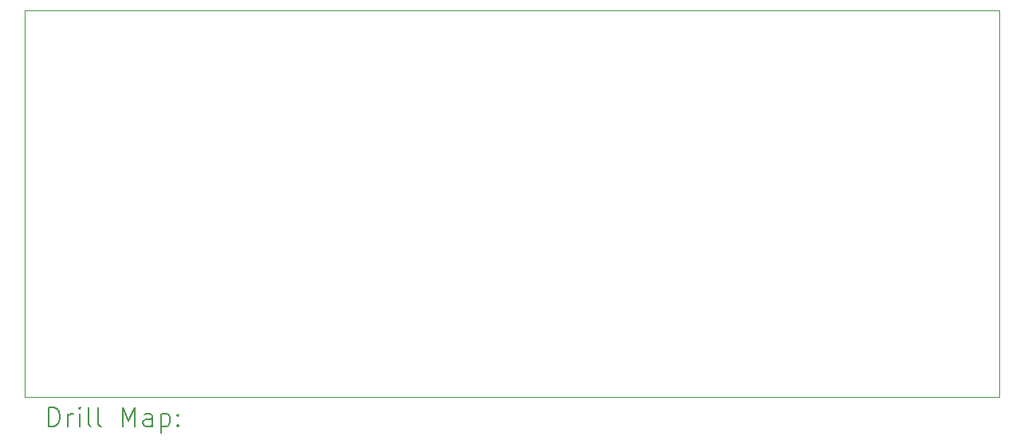
<source format=gbr>
%TF.GenerationSoftware,KiCad,Pcbnew,9.0.4*%
%TF.CreationDate,2025-11-25T15:00:27-03:00*%
%TF.ProjectId,Conversor Boost-MCC. Andr__ Nicollas e Vinicius,436f6e76-6572-4736-9f72-20426f6f7374,rev?*%
%TF.SameCoordinates,Original*%
%TF.FileFunction,Drillmap*%
%TF.FilePolarity,Positive*%
%FSLAX45Y45*%
G04 Gerber Fmt 4.5, Leading zero omitted, Abs format (unit mm)*
G04 Created by KiCad (PCBNEW 9.0.4) date 2025-11-25 15:00:27*
%MOMM*%
%LPD*%
G01*
G04 APERTURE LIST*
%ADD10C,0.050000*%
%ADD11C,0.200000*%
G04 APERTURE END LIST*
D10*
X3450000Y-1800000D02*
X13800000Y-1800000D01*
X13800000Y-5900000D01*
X3450000Y-5900000D01*
X3450000Y-1800000D01*
D11*
X3708277Y-6213984D02*
X3708277Y-6013984D01*
X3708277Y-6013984D02*
X3755896Y-6013984D01*
X3755896Y-6013984D02*
X3784467Y-6023508D01*
X3784467Y-6023508D02*
X3803515Y-6042555D01*
X3803515Y-6042555D02*
X3813039Y-6061603D01*
X3813039Y-6061603D02*
X3822562Y-6099698D01*
X3822562Y-6099698D02*
X3822562Y-6128269D01*
X3822562Y-6128269D02*
X3813039Y-6166365D01*
X3813039Y-6166365D02*
X3803515Y-6185412D01*
X3803515Y-6185412D02*
X3784467Y-6204460D01*
X3784467Y-6204460D02*
X3755896Y-6213984D01*
X3755896Y-6213984D02*
X3708277Y-6213984D01*
X3908277Y-6213984D02*
X3908277Y-6080650D01*
X3908277Y-6118746D02*
X3917801Y-6099698D01*
X3917801Y-6099698D02*
X3927324Y-6090174D01*
X3927324Y-6090174D02*
X3946372Y-6080650D01*
X3946372Y-6080650D02*
X3965420Y-6080650D01*
X4032086Y-6213984D02*
X4032086Y-6080650D01*
X4032086Y-6013984D02*
X4022562Y-6023508D01*
X4022562Y-6023508D02*
X4032086Y-6033031D01*
X4032086Y-6033031D02*
X4041610Y-6023508D01*
X4041610Y-6023508D02*
X4032086Y-6013984D01*
X4032086Y-6013984D02*
X4032086Y-6033031D01*
X4155896Y-6213984D02*
X4136848Y-6204460D01*
X4136848Y-6204460D02*
X4127324Y-6185412D01*
X4127324Y-6185412D02*
X4127324Y-6013984D01*
X4260658Y-6213984D02*
X4241610Y-6204460D01*
X4241610Y-6204460D02*
X4232086Y-6185412D01*
X4232086Y-6185412D02*
X4232086Y-6013984D01*
X4489229Y-6213984D02*
X4489229Y-6013984D01*
X4489229Y-6013984D02*
X4555896Y-6156841D01*
X4555896Y-6156841D02*
X4622563Y-6013984D01*
X4622563Y-6013984D02*
X4622563Y-6213984D01*
X4803515Y-6213984D02*
X4803515Y-6109222D01*
X4803515Y-6109222D02*
X4793991Y-6090174D01*
X4793991Y-6090174D02*
X4774944Y-6080650D01*
X4774944Y-6080650D02*
X4736848Y-6080650D01*
X4736848Y-6080650D02*
X4717801Y-6090174D01*
X4803515Y-6204460D02*
X4784467Y-6213984D01*
X4784467Y-6213984D02*
X4736848Y-6213984D01*
X4736848Y-6213984D02*
X4717801Y-6204460D01*
X4717801Y-6204460D02*
X4708277Y-6185412D01*
X4708277Y-6185412D02*
X4708277Y-6166365D01*
X4708277Y-6166365D02*
X4717801Y-6147317D01*
X4717801Y-6147317D02*
X4736848Y-6137793D01*
X4736848Y-6137793D02*
X4784467Y-6137793D01*
X4784467Y-6137793D02*
X4803515Y-6128269D01*
X4898753Y-6080650D02*
X4898753Y-6280650D01*
X4898753Y-6090174D02*
X4917801Y-6080650D01*
X4917801Y-6080650D02*
X4955896Y-6080650D01*
X4955896Y-6080650D02*
X4974944Y-6090174D01*
X4974944Y-6090174D02*
X4984467Y-6099698D01*
X4984467Y-6099698D02*
X4993991Y-6118746D01*
X4993991Y-6118746D02*
X4993991Y-6175888D01*
X4993991Y-6175888D02*
X4984467Y-6194936D01*
X4984467Y-6194936D02*
X4974944Y-6204460D01*
X4974944Y-6204460D02*
X4955896Y-6213984D01*
X4955896Y-6213984D02*
X4917801Y-6213984D01*
X4917801Y-6213984D02*
X4898753Y-6204460D01*
X5079705Y-6194936D02*
X5089229Y-6204460D01*
X5089229Y-6204460D02*
X5079705Y-6213984D01*
X5079705Y-6213984D02*
X5070182Y-6204460D01*
X5070182Y-6204460D02*
X5079705Y-6194936D01*
X5079705Y-6194936D02*
X5079705Y-6213984D01*
X5079705Y-6090174D02*
X5089229Y-6099698D01*
X5089229Y-6099698D02*
X5079705Y-6109222D01*
X5079705Y-6109222D02*
X5070182Y-6099698D01*
X5070182Y-6099698D02*
X5079705Y-6090174D01*
X5079705Y-6090174D02*
X5079705Y-6109222D01*
M02*

</source>
